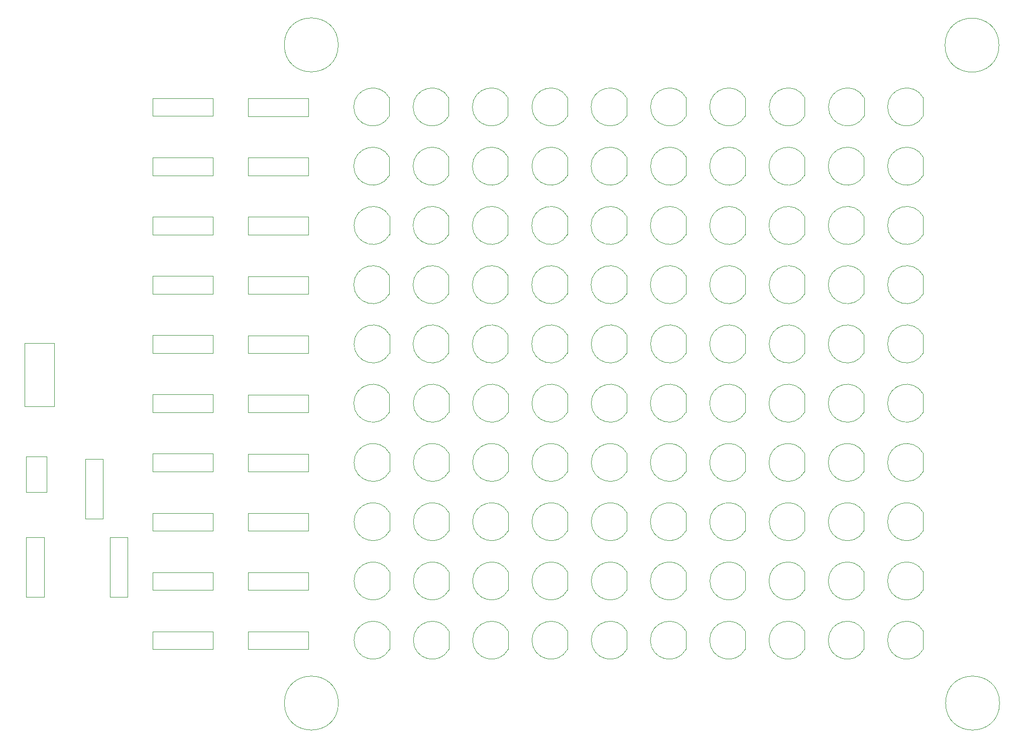
<source format=gbr>
G04 #@! TF.FileFunction,Other,User*
%FSLAX46Y46*%
G04 Gerber Fmt 4.6, Leading zero omitted, Abs format (unit mm)*
G04 Created by KiCad (PCBNEW 4.0.2-stable) date Monday, 06 March 2017 12:37:51*
%MOMM*%
G01*
G04 APERTURE LIST*
%ADD10C,0.100000*%
%ADD11C,0.050000*%
G04 APERTURE END LIST*
D10*
D11*
X119660000Y-139110000D02*
G75*
G03X119660000Y-139110000I-4550000J0D01*
G01*
X231130000Y-139110000D02*
G75*
G03X231130000Y-139110000I-4550000J0D01*
G01*
X231030000Y-28070000D02*
G75*
G03X231030000Y-28070000I-4550000J0D01*
G01*
X128250000Y-40050000D02*
X128250000Y-36950000D01*
X128248249Y-40053160D02*
G75*
G02X128250000Y-36950000I-2798249J1553160D01*
G01*
X138250000Y-40050000D02*
X138250000Y-36950000D01*
X138248249Y-40053160D02*
G75*
G02X138250000Y-36950000I-2798249J1553160D01*
G01*
X148250000Y-40050000D02*
X148250000Y-36950000D01*
X148248249Y-40053160D02*
G75*
G02X148250000Y-36950000I-2798249J1553160D01*
G01*
X158290000Y-40050000D02*
X158290000Y-36950000D01*
X158288249Y-40053160D02*
G75*
G02X158290000Y-36950000I-2798249J1553160D01*
G01*
X168250000Y-40050000D02*
X168250000Y-36950000D01*
X168248249Y-40053160D02*
G75*
G02X168250000Y-36950000I-2798249J1553160D01*
G01*
X128250000Y-50050000D02*
X128250000Y-46950000D01*
X128248249Y-50053160D02*
G75*
G02X128250000Y-46950000I-2798249J1553160D01*
G01*
X138250000Y-50050000D02*
X138250000Y-46950000D01*
X138248249Y-50053160D02*
G75*
G02X138250000Y-46950000I-2798249J1553160D01*
G01*
X148250000Y-50050000D02*
X148250000Y-46950000D01*
X148248249Y-50053160D02*
G75*
G02X148250000Y-46950000I-2798249J1553160D01*
G01*
X158290000Y-50050000D02*
X158290000Y-46950000D01*
X158288249Y-50053160D02*
G75*
G02X158290000Y-46950000I-2798249J1553160D01*
G01*
X168250000Y-50050000D02*
X168250000Y-46950000D01*
X168248249Y-50053160D02*
G75*
G02X168250000Y-46950000I-2798249J1553160D01*
G01*
X128290000Y-60050000D02*
X128290000Y-56950000D01*
X128288249Y-60053160D02*
G75*
G02X128290000Y-56950000I-2798249J1553160D01*
G01*
X138250000Y-60050000D02*
X138250000Y-56950000D01*
X138248249Y-60053160D02*
G75*
G02X138250000Y-56950000I-2798249J1553160D01*
G01*
X148250000Y-60050000D02*
X148250000Y-56950000D01*
X148248249Y-60053160D02*
G75*
G02X148250000Y-56950000I-2798249J1553160D01*
G01*
X158250000Y-60050000D02*
X158250000Y-56950000D01*
X158248249Y-60053160D02*
G75*
G02X158250000Y-56950000I-2798249J1553160D01*
G01*
X168250000Y-60050000D02*
X168250000Y-56950000D01*
X168248249Y-60053160D02*
G75*
G02X168250000Y-56950000I-2798249J1553160D01*
G01*
X128250000Y-70050000D02*
X128250000Y-66950000D01*
X128248249Y-70053160D02*
G75*
G02X128250000Y-66950000I-2798249J1553160D01*
G01*
X138250000Y-70050000D02*
X138250000Y-66950000D01*
X138248249Y-70053160D02*
G75*
G02X138250000Y-66950000I-2798249J1553160D01*
G01*
X148250000Y-70050000D02*
X148250000Y-66950000D01*
X148248249Y-70053160D02*
G75*
G02X148250000Y-66950000I-2798249J1553160D01*
G01*
X158250000Y-70050000D02*
X158250000Y-66950000D01*
X158248249Y-70053160D02*
G75*
G02X158250000Y-66950000I-2798249J1553160D01*
G01*
X168250000Y-70050000D02*
X168250000Y-66950000D01*
X168248249Y-70053160D02*
G75*
G02X168250000Y-66950000I-2798249J1553160D01*
G01*
X128290000Y-80050000D02*
X128290000Y-76950000D01*
X128288249Y-80053160D02*
G75*
G02X128290000Y-76950000I-2798249J1553160D01*
G01*
X138250000Y-80050000D02*
X138250000Y-76950000D01*
X138248249Y-80053160D02*
G75*
G02X138250000Y-76950000I-2798249J1553160D01*
G01*
X148250000Y-80050000D02*
X148250000Y-76950000D01*
X148248249Y-80053160D02*
G75*
G02X148250000Y-76950000I-2798249J1553160D01*
G01*
X158250000Y-80050000D02*
X158250000Y-76950000D01*
X158248249Y-80053160D02*
G75*
G02X158250000Y-76950000I-2798249J1553160D01*
G01*
X168290000Y-80050000D02*
X168290000Y-76950000D01*
X168288249Y-80053160D02*
G75*
G02X168290000Y-76950000I-2798249J1553160D01*
G01*
X128250000Y-90050000D02*
X128250000Y-86950000D01*
X128248249Y-90053160D02*
G75*
G02X128250000Y-86950000I-2798249J1553160D01*
G01*
X138290000Y-90050000D02*
X138290000Y-86950000D01*
X138288249Y-90053160D02*
G75*
G02X138290000Y-86950000I-2798249J1553160D01*
G01*
X148290000Y-90050000D02*
X148290000Y-86950000D01*
X148288249Y-90053160D02*
G75*
G02X148290000Y-86950000I-2798249J1553160D01*
G01*
X158290000Y-90050000D02*
X158290000Y-86950000D01*
X158288249Y-90053160D02*
G75*
G02X158290000Y-86950000I-2798249J1553160D01*
G01*
X168290000Y-90050000D02*
X168290000Y-86950000D01*
X168288249Y-90053160D02*
G75*
G02X168290000Y-86950000I-2798249J1553160D01*
G01*
X128290000Y-100050000D02*
X128290000Y-96950000D01*
X128288249Y-100053160D02*
G75*
G02X128290000Y-96950000I-2798249J1553160D01*
G01*
X138290000Y-100050000D02*
X138290000Y-96950000D01*
X138288249Y-100053160D02*
G75*
G02X138290000Y-96950000I-2798249J1553160D01*
G01*
X148290000Y-100050000D02*
X148290000Y-96950000D01*
X148288249Y-100053160D02*
G75*
G02X148290000Y-96950000I-2798249J1553160D01*
G01*
X158290000Y-100050000D02*
X158290000Y-96950000D01*
X158288249Y-100053160D02*
G75*
G02X158290000Y-96950000I-2798249J1553160D01*
G01*
X168290000Y-100050000D02*
X168290000Y-96950000D01*
X168288249Y-100053160D02*
G75*
G02X168290000Y-96950000I-2798249J1553160D01*
G01*
X128290000Y-110050000D02*
X128290000Y-106950000D01*
X128288249Y-110053160D02*
G75*
G02X128290000Y-106950000I-2798249J1553160D01*
G01*
X138290000Y-110050000D02*
X138290000Y-106950000D01*
X138288249Y-110053160D02*
G75*
G02X138290000Y-106950000I-2798249J1553160D01*
G01*
X148290000Y-110050000D02*
X148290000Y-106950000D01*
X148288249Y-110053160D02*
G75*
G02X148290000Y-106950000I-2798249J1553160D01*
G01*
X158290000Y-110050000D02*
X158290000Y-106950000D01*
X158288249Y-110053160D02*
G75*
G02X158290000Y-106950000I-2798249J1553160D01*
G01*
X168290000Y-110050000D02*
X168290000Y-106950000D01*
X168288249Y-110053160D02*
G75*
G02X168290000Y-106950000I-2798249J1553160D01*
G01*
X128290000Y-120050000D02*
X128290000Y-116950000D01*
X128288249Y-120053160D02*
G75*
G02X128290000Y-116950000I-2798249J1553160D01*
G01*
X138290000Y-120050000D02*
X138290000Y-116950000D01*
X138288249Y-120053160D02*
G75*
G02X138290000Y-116950000I-2798249J1553160D01*
G01*
X148290000Y-120050000D02*
X148290000Y-116950000D01*
X148288249Y-120053160D02*
G75*
G02X148290000Y-116950000I-2798249J1553160D01*
G01*
X158290000Y-120050000D02*
X158290000Y-116950000D01*
X158288249Y-120053160D02*
G75*
G02X158290000Y-116950000I-2798249J1553160D01*
G01*
X168290000Y-120050000D02*
X168290000Y-116950000D01*
X168288249Y-120053160D02*
G75*
G02X168290000Y-116950000I-2798249J1553160D01*
G01*
X128290000Y-130050000D02*
X128290000Y-126950000D01*
X128288249Y-130053160D02*
G75*
G02X128290000Y-126950000I-2798249J1553160D01*
G01*
X138290000Y-130050000D02*
X138290000Y-126950000D01*
X138288249Y-130053160D02*
G75*
G02X138290000Y-126950000I-2798249J1553160D01*
G01*
X148290000Y-130050000D02*
X148290000Y-126950000D01*
X148288249Y-130053160D02*
G75*
G02X148290000Y-126950000I-2798249J1553160D01*
G01*
X158290000Y-130050000D02*
X158290000Y-126950000D01*
X158288249Y-130053160D02*
G75*
G02X158290000Y-126950000I-2798249J1553160D01*
G01*
X168290000Y-130050000D02*
X168290000Y-126950000D01*
X168288249Y-130053160D02*
G75*
G02X168290000Y-126950000I-2798249J1553160D01*
G01*
X178290000Y-40050000D02*
X178290000Y-36950000D01*
X178288249Y-40053160D02*
G75*
G02X178290000Y-36950000I-2798249J1553160D01*
G01*
X188250000Y-40050000D02*
X188250000Y-36950000D01*
X188248249Y-40053160D02*
G75*
G02X188250000Y-36950000I-2798249J1553160D01*
G01*
X198290000Y-40050000D02*
X198290000Y-36950000D01*
X198288249Y-40053160D02*
G75*
G02X198290000Y-36950000I-2798249J1553160D01*
G01*
X208290000Y-40050000D02*
X208290000Y-36950000D01*
X208288249Y-40053160D02*
G75*
G02X208290000Y-36950000I-2798249J1553160D01*
G01*
X218250000Y-40050000D02*
X218250000Y-36950000D01*
X218248249Y-40053160D02*
G75*
G02X218250000Y-36950000I-2798249J1553160D01*
G01*
X178290000Y-50050000D02*
X178290000Y-46950000D01*
X178288249Y-50053160D02*
G75*
G02X178290000Y-46950000I-2798249J1553160D01*
G01*
X188250000Y-50050000D02*
X188250000Y-46950000D01*
X188248249Y-50053160D02*
G75*
G02X188250000Y-46950000I-2798249J1553160D01*
G01*
X198250000Y-50050000D02*
X198250000Y-46950000D01*
X198248249Y-50053160D02*
G75*
G02X198250000Y-46950000I-2798249J1553160D01*
G01*
X208250000Y-50050000D02*
X208250000Y-46950000D01*
X208248249Y-50053160D02*
G75*
G02X208250000Y-46950000I-2798249J1553160D01*
G01*
X218250000Y-50050000D02*
X218250000Y-46950000D01*
X218248249Y-50053160D02*
G75*
G02X218250000Y-46950000I-2798249J1553160D01*
G01*
X178250000Y-60050000D02*
X178250000Y-56950000D01*
X178248249Y-60053160D02*
G75*
G02X178250000Y-56950000I-2798249J1553160D01*
G01*
X188250000Y-60050000D02*
X188250000Y-56950000D01*
X188248249Y-60053160D02*
G75*
G02X188250000Y-56950000I-2798249J1553160D01*
G01*
X198250000Y-60050000D02*
X198250000Y-56950000D01*
X198248249Y-60053160D02*
G75*
G02X198250000Y-56950000I-2798249J1553160D01*
G01*
X208250000Y-60050000D02*
X208250000Y-56950000D01*
X208248249Y-60053160D02*
G75*
G02X208250000Y-56950000I-2798249J1553160D01*
G01*
X218250000Y-60050000D02*
X218250000Y-56950000D01*
X218248249Y-60053160D02*
G75*
G02X218250000Y-56950000I-2798249J1553160D01*
G01*
X178250000Y-70050000D02*
X178250000Y-66950000D01*
X178248249Y-70053160D02*
G75*
G02X178250000Y-66950000I-2798249J1553160D01*
G01*
X188250000Y-70050000D02*
X188250000Y-66950000D01*
X188248249Y-70053160D02*
G75*
G02X188250000Y-66950000I-2798249J1553160D01*
G01*
X198290000Y-70050000D02*
X198290000Y-66950000D01*
X198288249Y-70053160D02*
G75*
G02X198290000Y-66950000I-2798249J1553160D01*
G01*
X208250000Y-70050000D02*
X208250000Y-66950000D01*
X208248249Y-70053160D02*
G75*
G02X208250000Y-66950000I-2798249J1553160D01*
G01*
X218250000Y-70050000D02*
X218250000Y-66950000D01*
X218248249Y-70053160D02*
G75*
G02X218250000Y-66950000I-2798249J1553160D01*
G01*
X178290000Y-80050000D02*
X178290000Y-76950000D01*
X178288249Y-80053160D02*
G75*
G02X178290000Y-76950000I-2798249J1553160D01*
G01*
X188250000Y-80050000D02*
X188250000Y-76950000D01*
X188248249Y-80053160D02*
G75*
G02X188250000Y-76950000I-2798249J1553160D01*
G01*
X198290000Y-80050000D02*
X198290000Y-76950000D01*
X198288249Y-80053160D02*
G75*
G02X198290000Y-76950000I-2798249J1553160D01*
G01*
X208250000Y-80050000D02*
X208250000Y-76950000D01*
X208248249Y-80053160D02*
G75*
G02X208250000Y-76950000I-2798249J1553160D01*
G01*
X218250000Y-80050000D02*
X218250000Y-76950000D01*
X218248249Y-80053160D02*
G75*
G02X218250000Y-76950000I-2798249J1553160D01*
G01*
X178250000Y-90050000D02*
X178250000Y-86950000D01*
X178248249Y-90053160D02*
G75*
G02X178250000Y-86950000I-2798249J1553160D01*
G01*
X188250000Y-90050000D02*
X188250000Y-86950000D01*
X188248249Y-90053160D02*
G75*
G02X188250000Y-86950000I-2798249J1553160D01*
G01*
X198250000Y-90050000D02*
X198250000Y-86950000D01*
X198248249Y-90053160D02*
G75*
G02X198250000Y-86950000I-2798249J1553160D01*
G01*
X208250000Y-90050000D02*
X208250000Y-86950000D01*
X208248249Y-90053160D02*
G75*
G02X208250000Y-86950000I-2798249J1553160D01*
G01*
X218250000Y-90050000D02*
X218250000Y-86950000D01*
X218248249Y-90053160D02*
G75*
G02X218250000Y-86950000I-2798249J1553160D01*
G01*
X178250000Y-100050000D02*
X178250000Y-96950000D01*
X178248249Y-100053160D02*
G75*
G02X178250000Y-96950000I-2798249J1553160D01*
G01*
X188250000Y-100050000D02*
X188250000Y-96950000D01*
X188248249Y-100053160D02*
G75*
G02X188250000Y-96950000I-2798249J1553160D01*
G01*
X198250000Y-100050000D02*
X198250000Y-96950000D01*
X198248249Y-100053160D02*
G75*
G02X198250000Y-96950000I-2798249J1553160D01*
G01*
X208250000Y-100050000D02*
X208250000Y-96950000D01*
X208248249Y-100053160D02*
G75*
G02X208250000Y-96950000I-2798249J1553160D01*
G01*
X218250000Y-100050000D02*
X218250000Y-96950000D01*
X218248249Y-100053160D02*
G75*
G02X218250000Y-96950000I-2798249J1553160D01*
G01*
X178250000Y-110050000D02*
X178250000Y-106950000D01*
X178248249Y-110053160D02*
G75*
G02X178250000Y-106950000I-2798249J1553160D01*
G01*
X188250000Y-110050000D02*
X188250000Y-106950000D01*
X188248249Y-110053160D02*
G75*
G02X188250000Y-106950000I-2798249J1553160D01*
G01*
X198290000Y-110050000D02*
X198290000Y-106950000D01*
X198288249Y-110053160D02*
G75*
G02X198290000Y-106950000I-2798249J1553160D01*
G01*
X208250000Y-110050000D02*
X208250000Y-106950000D01*
X208248249Y-110053160D02*
G75*
G02X208250000Y-106950000I-2798249J1553160D01*
G01*
X218250000Y-110050000D02*
X218250000Y-106950000D01*
X218248249Y-110053160D02*
G75*
G02X218250000Y-106950000I-2798249J1553160D01*
G01*
X178250000Y-120050000D02*
X178250000Y-116950000D01*
X178248249Y-120053160D02*
G75*
G02X178250000Y-116950000I-2798249J1553160D01*
G01*
X188290000Y-120050000D02*
X188290000Y-116950000D01*
X188288249Y-120053160D02*
G75*
G02X188290000Y-116950000I-2798249J1553160D01*
G01*
X198250000Y-120050000D02*
X198250000Y-116950000D01*
X198248249Y-120053160D02*
G75*
G02X198250000Y-116950000I-2798249J1553160D01*
G01*
X208250000Y-120050000D02*
X208250000Y-116950000D01*
X208248249Y-120053160D02*
G75*
G02X208250000Y-116950000I-2798249J1553160D01*
G01*
X218250000Y-120050000D02*
X218250000Y-116950000D01*
X218248249Y-120053160D02*
G75*
G02X218250000Y-116950000I-2798249J1553160D01*
G01*
X178250000Y-130050000D02*
X178250000Y-126950000D01*
X178248249Y-130053160D02*
G75*
G02X178250000Y-126950000I-2798249J1553160D01*
G01*
X188250000Y-130050000D02*
X188250000Y-126950000D01*
X188248249Y-130053160D02*
G75*
G02X188250000Y-126950000I-2798249J1553160D01*
G01*
X198250000Y-130050000D02*
X198250000Y-126950000D01*
X198248249Y-130053160D02*
G75*
G02X198250000Y-126950000I-2798249J1553160D01*
G01*
X208250000Y-130050000D02*
X208250000Y-126950000D01*
X208248249Y-130053160D02*
G75*
G02X208250000Y-126950000I-2798249J1553160D01*
G01*
X218250000Y-130050000D02*
X218250000Y-126950000D01*
X218248249Y-130053160D02*
G75*
G02X218250000Y-126950000I-2798249J1553160D01*
G01*
X67000000Y-97500000D02*
X67000000Y-103550000D01*
X70500000Y-97500000D02*
X70500000Y-103550000D01*
X67000000Y-97500000D02*
X70500000Y-97500000D01*
X67000000Y-103550000D02*
X70500000Y-103550000D01*
X98475000Y-40050000D02*
X88375000Y-40050000D01*
X98475000Y-37050000D02*
X98475000Y-40050000D01*
X88375000Y-40050000D02*
X88375000Y-37050000D01*
X98475000Y-37050000D02*
X88375000Y-37050000D01*
X98475000Y-50047222D02*
X88375000Y-50047222D01*
X98475000Y-47047222D02*
X98475000Y-50047222D01*
X88375000Y-50047222D02*
X88375000Y-47047222D01*
X98475000Y-47047222D02*
X88375000Y-47047222D01*
X98475000Y-60044444D02*
X88375000Y-60044444D01*
X98475000Y-57044444D02*
X98475000Y-60044444D01*
X88375000Y-60044444D02*
X88375000Y-57044444D01*
X98475000Y-57044444D02*
X88375000Y-57044444D01*
X98475000Y-70041666D02*
X88375000Y-70041666D01*
X98475000Y-67041666D02*
X98475000Y-70041666D01*
X88375000Y-70041666D02*
X88375000Y-67041666D01*
X98475000Y-67041666D02*
X88375000Y-67041666D01*
X98475000Y-80038888D02*
X88375000Y-80038888D01*
X98475000Y-77038888D02*
X98475000Y-80038888D01*
X88375000Y-80038888D02*
X88375000Y-77038888D01*
X98475000Y-77038888D02*
X88375000Y-77038888D01*
X98475000Y-90036110D02*
X88375000Y-90036110D01*
X98475000Y-87036110D02*
X98475000Y-90036110D01*
X88375000Y-90036110D02*
X88375000Y-87036110D01*
X98475000Y-87036110D02*
X88375000Y-87036110D01*
X98475000Y-100033332D02*
X88375000Y-100033332D01*
X98475000Y-97033332D02*
X98475000Y-100033332D01*
X88375000Y-100033332D02*
X88375000Y-97033332D01*
X98475000Y-97033332D02*
X88375000Y-97033332D01*
X98475000Y-110030554D02*
X88375000Y-110030554D01*
X98475000Y-107030554D02*
X98475000Y-110030554D01*
X88375000Y-110030554D02*
X88375000Y-107030554D01*
X98475000Y-107030554D02*
X88375000Y-107030554D01*
X98475000Y-120027776D02*
X88375000Y-120027776D01*
X98475000Y-117027776D02*
X98475000Y-120027776D01*
X88375000Y-120027776D02*
X88375000Y-117027776D01*
X98475000Y-117027776D02*
X88375000Y-117027776D01*
X98475000Y-130024998D02*
X88375000Y-130024998D01*
X98475000Y-127024998D02*
X98475000Y-130024998D01*
X88375000Y-130024998D02*
X88375000Y-127024998D01*
X98475000Y-127024998D02*
X88375000Y-127024998D01*
X114575000Y-40075000D02*
X104475000Y-40075000D01*
X114575000Y-37075000D02*
X114575000Y-40075000D01*
X104475000Y-40075000D02*
X104475000Y-37075000D01*
X114575000Y-37075000D02*
X104475000Y-37075000D01*
X114575000Y-50072222D02*
X104475000Y-50072222D01*
X114575000Y-47072222D02*
X114575000Y-50072222D01*
X104475000Y-50072222D02*
X104475000Y-47072222D01*
X114575000Y-47072222D02*
X104475000Y-47072222D01*
X114575000Y-60069444D02*
X104475000Y-60069444D01*
X114575000Y-57069444D02*
X114575000Y-60069444D01*
X104475000Y-60069444D02*
X104475000Y-57069444D01*
X114575000Y-57069444D02*
X104475000Y-57069444D01*
X114575000Y-70066666D02*
X104475000Y-70066666D01*
X114575000Y-67066666D02*
X114575000Y-70066666D01*
X104475000Y-70066666D02*
X104475000Y-67066666D01*
X114575000Y-67066666D02*
X104475000Y-67066666D01*
X114575000Y-80063888D02*
X104475000Y-80063888D01*
X114575000Y-77063888D02*
X114575000Y-80063888D01*
X104475000Y-80063888D02*
X104475000Y-77063888D01*
X114575000Y-77063888D02*
X104475000Y-77063888D01*
X114575000Y-90061110D02*
X104475000Y-90061110D01*
X114575000Y-87061110D02*
X114575000Y-90061110D01*
X104475000Y-90061110D02*
X104475000Y-87061110D01*
X114575000Y-87061110D02*
X104475000Y-87061110D01*
X114575000Y-100058332D02*
X104475000Y-100058332D01*
X114575000Y-97058332D02*
X114575000Y-100058332D01*
X104475000Y-100058332D02*
X104475000Y-97058332D01*
X114575000Y-97058332D02*
X104475000Y-97058332D01*
X114575000Y-110055554D02*
X104475000Y-110055554D01*
X114575000Y-107055554D02*
X114575000Y-110055554D01*
X104475000Y-110055554D02*
X104475000Y-107055554D01*
X114575000Y-107055554D02*
X104475000Y-107055554D01*
X114575000Y-120052776D02*
X104475000Y-120052776D01*
X114575000Y-117052776D02*
X114575000Y-120052776D01*
X104475000Y-120052776D02*
X104475000Y-117052776D01*
X114575000Y-117052776D02*
X104475000Y-117052776D01*
X114575000Y-130049998D02*
X104475000Y-130049998D01*
X114575000Y-127049998D02*
X114575000Y-130049998D01*
X104475000Y-130049998D02*
X104475000Y-127049998D01*
X114575000Y-127049998D02*
X104475000Y-127049998D01*
X77000000Y-108000000D02*
X77000000Y-97900000D01*
X80000000Y-108000000D02*
X77000000Y-108000000D01*
X77000000Y-97900000D02*
X80000000Y-97900000D01*
X80000000Y-108000000D02*
X80000000Y-97900000D01*
X81125000Y-121225000D02*
X81125000Y-111125000D01*
X84125000Y-121225000D02*
X81125000Y-121225000D01*
X81125000Y-111125000D02*
X84125000Y-111125000D01*
X84125000Y-121225000D02*
X84125000Y-111125000D01*
X70025000Y-111125000D02*
X70025000Y-121225000D01*
X67025000Y-111125000D02*
X70025000Y-111125000D01*
X70025000Y-121225000D02*
X67025000Y-121225000D01*
X67025000Y-111125000D02*
X67025000Y-121225000D01*
X71750000Y-89050000D02*
X66750000Y-89050000D01*
X66750000Y-89050000D02*
X66750000Y-78350000D01*
X66750000Y-78350000D02*
X71750000Y-78350000D01*
X71750000Y-78350000D02*
X71750000Y-89050000D01*
X119640000Y-28030000D02*
G75*
G03X119640000Y-28030000I-4550000J0D01*
G01*
M02*

</source>
